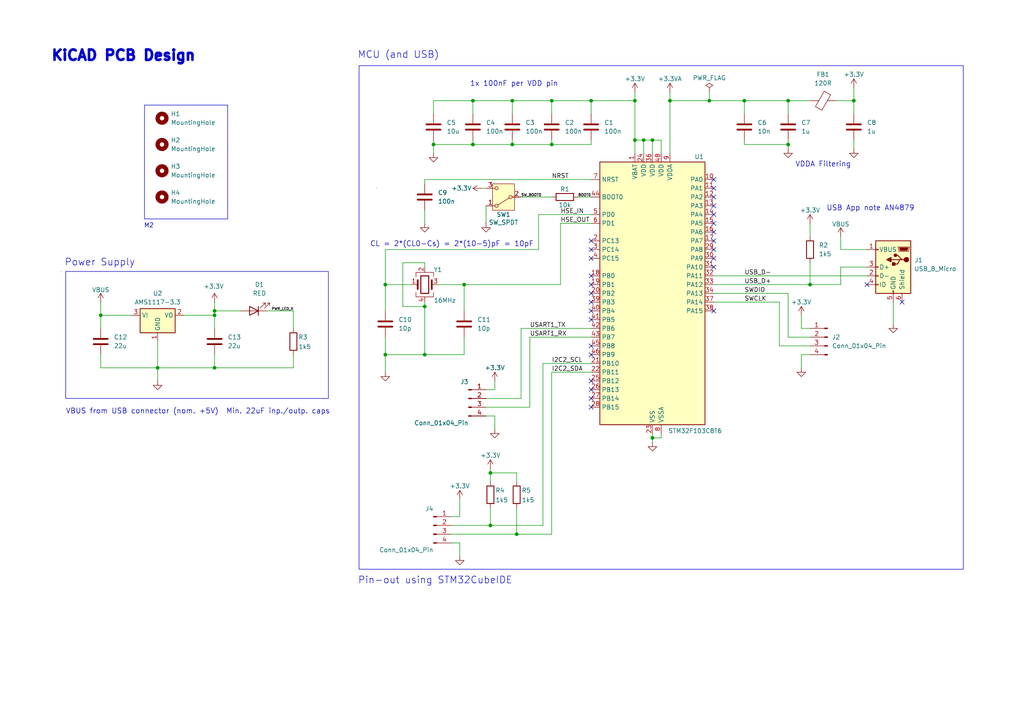
<source format=kicad_sch>
(kicad_sch (version 20250114) (generator "eeschema") (generator_version "9.0")
  (paper "A4")
  (title_block (title "STM32 + micro USB_B") (date "2025-05-12") (rev "0") (company "Harsh"))
  (lib_symbols
    (symbol "Connector:Conn_01x04_Pin" (pin_names (offset 1.016) (hide yes))
      (property "Reference" "J" (at 0 5.08 0))
      (property "Value" "Conn_01x04_Pin" (at 0 -7.62 0))
      (symbol "Conn_01x04_Pin_1_1"
        (rectangle (start 0.8636 2.667) (end 0 2.413) (stroke (width 0.1524)) (fill (type outline)))
        (rectangle (start 0.8636 0.127) (end 0 -0.127) (stroke (width 0.1524)) (fill (type outline)))
        (rectangle (start 0.8636 -2.413) (end 0 -2.667) (stroke (width 0.1524)) (fill (type outline)))
        (rectangle (start 0.8636 -4.953) (end 0 -5.207) (stroke (width 0.1524)) (fill (type outline)))
        (polyline (pts (xy 1.27 2.54) (xy 0.8636 2.54)) (stroke (width 0.1524)))
        (polyline (pts (xy 1.27 0) (xy 0.8636 0)) (stroke (width 0.1524)))
        (polyline (pts (xy 1.27 -2.54) (xy 0.8636 -2.54)) (stroke (width 0.1524)))
        (polyline (pts (xy 1.27 -5.08) (xy 0.8636 -5.08)) (stroke (width 0.1524)))
        (pin passive line (at 5.08 2.54 180) (length 3.81) (name "Pin_1") (number "1"))
        (pin passive line (at 5.08 0 180) (length 3.81) (name "Pin_2") (number "2"))
        (pin passive line (at 5.08 -2.54 180) (length 3.81) (name "Pin_3") (number "3"))
        (pin passive line (at 5.08 -5.08 180) (length 3.81) (name "Pin_4") (number "4"))
      )
    )
    (symbol "Connector:USB_B_Micro" (pin_names (offset 1.016))
      (property "Reference" "J" (at -5.08 11.43 0))
      (property "Value" "USB_B_Micro" (at -5.08 8.89 0))
      (symbol "USB_B_Micro_0_1"
        (rectangle (start -5.08 -7.62) (end 5.08 7.62) (stroke (width 0.254)) (fill (type background)))
        (polyline (pts (xy -4.699 5.842) (xy -4.699 5.588) (xy -4.445 4.826) (xy -4.445 4.572) (xy -1.651 4.572) (xy -1.651 4.826) (xy -1.397 5.588) (xy -1.397 5.842) (xy -4.699 5.842)))
        (polyline (pts (xy -4.318 5.588) (xy -1.778 5.588) (xy -2.032 4.826) (xy -4.064 4.826) (xy -4.318 5.588)) (fill (type outline)))
        (circle (center -3.81 2.159) (radius 0.635) (stroke (width 0.254)) (fill (type outline)))
        (polyline (pts (xy -3.175 2.159) (xy -2.54 2.159) (xy -1.27 3.429) (xy -0.635 3.429)) (stroke (width 0.254)))
        (polyline (pts (xy -2.54 2.159) (xy -1.905 2.159) (xy -1.27 0.889) (xy 0 0.889)) (stroke (width 0.254)))
        (polyline (pts (xy -1.905 2.159) (xy 0.635 2.159)) (stroke (width 0.254)))
        (circle (center -0.635 3.429) (radius 0.381) (stroke (width 0.254)) (fill (type outline)))
        (rectangle (start -0.127 -7.62) (end 0.127 -6.858))
        (rectangle (start 0.254 1.27) (end -0.508 0.508) (stroke (width 0.254)) (fill (type outline)))
        (polyline (pts (xy 0.635 2.794) (xy 0.635 1.524) (xy 1.905 2.159) (xy 0.635 2.794)) (stroke (width 0.254)) (fill (type outline)))
        (rectangle (start 5.08 4.953) (end 4.318 5.207))
        (rectangle (start 5.08 -0.127) (end 4.318 0.127))
        (rectangle (start 5.08 -2.667) (end 4.318 -2.413))
        (rectangle (start 5.08 -5.207) (end 4.318 -4.953))
      )
      (symbol "USB_B_Micro_1_1"
        (pin passive line (at -2.54 -10.16 90) (length 2.54) (name "Shield") (number "6"))
        (pin power_out line (at 0 -10.16 90) (length 2.54) (name "GND") (number "5"))
        (pin power_out line (at 7.62 5.08 180) (length 2.54) (name "VBUS") (number "1"))
        (pin bidirectional line (at 7.62 0 180) (length 2.54) (name "D+") (number "3"))
        (pin bidirectional line (at 7.62 -2.54 180) (length 2.54) (name "D-") (number "2"))
        (pin passive line (at 7.62 -5.08 180) (length 2.54) (name "ID") (number "4"))
      )
    )
    (symbol "Device:C" (pin_numbers (hide yes)) (pin_names (offset 0.254))
      (property "Reference" "C" (at 0.635 2.54 0))
      (property "Value" "C" (at 0.635 -2.54 0))
      (symbol "C_0_1"
        (polyline (pts (xy -2.032 0.762) (xy 2.032 0.762)) (stroke (width 0.508)))
        (polyline (pts (xy -2.032 -0.762) (xy 2.032 -0.762)) (stroke (width 0.508)))
      )
      (symbol "C_1_1"
        (pin passive line (at 0 3.81 270) (length 2.794) (name "~") (number "1"))
        (pin passive line (at 0 -3.81 90) (length 2.794) (name "~") (number "2"))
      )
    )
    (symbol "Device:Crystal_GND24" (pin_names (offset 1.016) (hide yes))
      (property "Reference" "Y" (at 3.175 5.08 0))
      (property "Value" "Crystal_GND24" (at 3.175 3.175 0))
      (symbol "Crystal_GND24_0_1"
        (polyline (pts (xy -2.54 2.286) (xy -2.54 3.556) (xy 2.54 3.556) (xy 2.54 2.286)))
        (polyline (pts (xy -2.54 0) (xy -2.032 0)))
        (polyline (pts (xy -2.54 -2.286) (xy -2.54 -3.556) (xy 2.54 -3.556) (xy 2.54 -2.286)))
        (polyline (pts (xy -2.032 -1.27) (xy -2.032 1.27)) (stroke (width 0.508)))
        (rectangle (start -1.143 2.54) (end 1.143 -2.54) (stroke (width 0.3048)))
        (polyline (pts (xy 0 3.556) (xy 0 3.81)))
        (polyline (pts (xy 0 -3.81) (xy 0 -3.556)))
        (polyline (pts (xy 2.032 0) (xy 2.54 0)))
        (polyline (pts (xy 2.032 -1.27) (xy 2.032 1.27)) (stroke (width 0.508)))
      )
      (symbol "Crystal_GND24_1_1"
        (pin passive line (at -3.81 0 0) (length 1.27) (name "1") (number "1"))
        (pin passive line (at 0 5.08 270) (length 1.27) (name "2") (number "2"))
        (pin passive line (at 0 -5.08 90) (length 1.27) (name "4") (number "4"))
        (pin passive line (at 3.81 0 180) (length 1.27) (name "3") (number "3"))
      )
    )
    (symbol "Device:FerriteBead" (pin_numbers (hide yes)) (pin_names (offset 0))
      (property "Reference" "FB" (at -3.81 0.635 90))
      (property "Value" "FerriteBead" (at 3.81 0 90))
      (symbol "FerriteBead_0_1"
        (polyline (pts (xy -2.7686 0.4064) (xy -1.7018 2.2606) (xy 2.7686 -0.3048) (xy 1.6764 -2.159) (xy -2.7686 0.4064)))
        (polyline (pts (xy 0 1.27) (xy 0 1.2954)))
        (polyline (pts (xy 0 -1.27) (xy 0 -1.2192)))
      )
      (symbol "FerriteBead_1_1"
        (pin passive line (at 0 3.81 270) (length 2.54) (name "~") (number "1"))
        (pin passive line (at 0 -3.81 90) (length 2.54) (name "~") (number "2"))
      )
    )
    (symbol "Device:LED" (pin_numbers (hide yes)) (pin_names (offset 1.016) (hide yes))
      (property "Reference" "D" (at 0 2.54 0))
      (property "Value" "LED" (at 0 -2.54 0))
      (symbol "LED_0_1"
        (polyline (pts (xy -3.048 -0.762) (xy -4.572 -2.286) (xy -3.81 -2.286) (xy -4.572 -2.286) (xy -4.572 -1.524)))
        (polyline (pts (xy -1.778 -0.762) (xy -3.302 -2.286) (xy -2.54 -2.286) (xy -3.302 -2.286) (xy -3.302 -1.524)))
        (polyline (pts (xy -1.27 0) (xy 1.27 0)))
        (polyline (pts (xy -1.27 -1.27) (xy -1.27 1.27)) (stroke (width 0.254)))
        (polyline (pts (xy 1.27 -1.27) (xy 1.27 1.27) (xy -1.27 0) (xy 1.27 -1.27)) (stroke (width 0.254)))
      )
      (symbol "LED_1_1"
        (pin passive line (at -3.81 0 0) (length 2.54) (name "K") (number "1"))
        (pin passive line (at 3.81 0 180) (length 2.54) (name "A") (number "2"))
      )
    )
    (symbol "Device:R" (pin_numbers (hide yes)) (pin_names (offset 0))
      (property "Reference" "R" (at 2.032 0 90))
      (property "Value" "R" (at 0 0 90))
      (symbol "R_0_1"
        (rectangle (start -1.016 -2.54) (end 1.016 2.54) (stroke (width 0.254)))
      )
      (symbol "R_1_1"
        (pin passive line (at 0 3.81 270) (length 1.27) (name "~") (number "1"))
        (pin passive line (at 0 -3.81 90) (length 1.27) (name "~") (number "2"))
      )
    )
    (symbol "MCU_ST_STM32F1:STM32F103C8Tx"
      (property "Reference" "U" (at -15.24 39.37 0))
      (property "Value" "STM32F103C8Tx" (at 7.62 39.37 0))
      (symbol "STM32F103C8Tx_0_1"
        (rectangle (start -15.24 -38.1) (end 15.24 38.1) (stroke (width 0.254)) (fill (type background)))
      )
      (symbol "STM32F103C8Tx_1_1"
        (pin input line (at -17.78 33.02 0) (length 2.54) (name "NRST") (number "7"))
        (pin input line (at -17.78 27.94 0) (length 2.54) (name "BOOT0") (number "44"))
        (pin bidirectional line (at -17.78 22.86 0) (length 2.54) (name "PD0") (number "5"))
        (pin bidirectional line (at -17.78 20.32 0) (length 2.54) (name "PD1") (number "6"))
        (pin bidirectional line (at -17.78 15.24 0) (length 2.54) (name "PC13") (number "2"))
        (pin bidirectional line (at -17.78 12.7 0) (length 2.54) (name "PC14") (number "3"))
        (pin bidirectional line (at -17.78 10.16 0) (length 2.54) (name "PC15") (number "4"))
        (pin bidirectional line (at -17.78 5.08 0) (length 2.54) (name "PB0") (number "18"))
        (pin bidirectional line (at -17.78 2.54 0) (length 2.54) (name "PB1") (number "19"))
        (pin bidirectional line (at -17.78 0 0) (length 2.54) (name "PB2") (number "20"))
        (pin bidirectional line (at -17.78 -2.54 0) (length 2.54) (name "PB3") (number "39"))
        (pin bidirectional line (at -17.78 -5.08 0) (length 2.54) (name "PB4") (number "40"))
        (pin bidirectional line (at -17.78 -7.62 0) (length 2.54) (name "PB5") (number "41"))
        (pin bidirectional line (at -17.78 -10.16 0) (length 2.54) (name "PB6") (number "42"))
        (pin bidirectional line (at -17.78 -12.7 0) (length 2.54) (name "PB7") (number "43"))
        (pin bidirectional line (at -17.78 -15.24 0) (length 2.54) (name "PB8") (number "45"))
        (pin bidirectional line (at -17.78 -17.78 0) (length 2.54) (name "PB9") (number "46"))
        (pin bidirectional line (at -17.78 -20.32 0) (length 2.54) (name "PB10") (number "21"))
        (pin bidirectional line (at -17.78 -22.86 0) (length 2.54) (name "PB11") (number "22"))
        (pin bidirectional line (at -17.78 -25.4 0) (length 2.54) (name "PB12") (number "25"))
        (pin bidirectional line (at -17.78 -27.94 0) (length 2.54) (name "PB13") (number "26"))
        (pin bidirectional line (at -17.78 -30.48 0) (length 2.54) (name "PB14") (number "27"))
        (pin bidirectional line (at -17.78 -33.02 0) (length 2.54) (name "PB15") (number "28"))
        (pin power_in line (at -5.08 40.64 270) (length 2.54) (name "VBAT") (number "1"))
        (pin power_in line (at -2.54 40.64 270) (length 2.54) (name "VDD") (number "24"))
        (pin power_in line (at 0 40.64 270) (length 2.54) (name "VDD") (number "36"))
        (pin power_in line (at 0 -40.64 90) (length 2.54) (name "VSS") (number "23"))
        (pin passive line (at 0 -40.64 90) (length 2.54) (hide yes) (name "VSS") (number "35"))
        (pin passive line (at 0 -40.64 90) (length 2.54) (hide yes) (name "VSS") (number "47"))
        (pin power_in line (at 2.54 40.64 270) (length 2.54) (name "VDD") (number "48"))
        (pin power_in line (at 2.54 -40.64 90) (length 2.54) (name "VSSA") (number "8"))
        (pin power_in line (at 5.08 40.64 270) (length 2.54) (name "VDDA") (number "9"))
        (pin bidirectional line (at 17.78 33.02 180) (length 2.54) (name "PA0") (number "10"))
        (pin bidirectional line (at 17.78 30.48 180) (length 2.54) (name "PA1") (number "11"))
        (pin bidirectional line (at 17.78 27.94 180) (length 2.54) (name "PA2") (number "12"))
        (pin bidirectional line (at 17.78 25.4 180) (length 2.54) (name "PA3") (number "13"))
        (pin bidirectional line (at 17.78 22.86 180) (length 2.54) (name "PA4") (number "14"))
        (pin bidirectional line (at 17.78 20.32 180) (length 2.54) (name "PA5") (number "15"))
        (pin bidirectional line (at 17.78 17.78 180) (length 2.54) (name "PA6") (number "16"))
        (pin bidirectional line (at 17.78 15.24 180) (length 2.54) (name "PA7") (number "17"))
        (pin bidirectional line (at 17.78 12.7 180) (length 2.54) (name "PA8") (number "29"))
        (pin bidirectional line (at 17.78 10.16 180) (length 2.54) (name "PA9") (number "30"))
        (pin bidirectional line (at 17.78 7.62 180) (length 2.54) (name "PA10") (number "31"))
        (pin bidirectional line (at 17.78 5.08 180) (length 2.54) (name "PA11") (number "32"))
        (pin bidirectional line (at 17.78 2.54 180) (length 2.54) (name "PA12") (number "33"))
        (pin bidirectional line (at 17.78 0 180) (length 2.54) (name "PA13") (number "34"))
        (pin bidirectional line (at 17.78 -2.54 180) (length 2.54) (name "PA14") (number "37"))
        (pin bidirectional line (at 17.78 -5.08 180) (length 2.54) (name "PA15") (number "38"))
      )
    )
    (symbol "Mechanical:MountingHole" (pin_names (offset 1.016)) (in_bom no)
      (property "Reference" "H" (at 0 5.08 0))
      (property "Value" "MountingHole" (at 0 3.175 0))
      (symbol "MountingHole_0_1"
        (circle (center 0 0) (radius 1.27) (stroke (width 1.27)))
      )
    )
    (symbol "Regulator_Linear:AMS1117-3.3"
      (property "Reference" "U" (at -3.81 3.175 0))
      (property "Value" "AMS1117-3.3" (at 0 3.175 0))
      (symbol "AMS1117-3.3_0_1"
        (rectangle (start -5.08 -5.08) (end 5.08 1.905) (stroke (width 0.254)) (fill (type background)))
      )
      (symbol "AMS1117-3.3_1_1"
        (pin power_in line (at -7.62 0 0) (length 2.54) (name "VI") (number "3"))
        (pin power_in line (at 0 -7.62 90) (length 2.54) (name "GND") (number "1"))
        (pin power_out line (at 7.62 0 180) (length 2.54) (name "VO") (number "2"))
      )
    )
    (symbol "Switch:SW_SPDT" (pin_names (offset 0) (hide yes))
      (property "Reference" "SW" (at 0 5.08 0))
      (property "Value" "SW_SPDT" (at 0 -5.08 0))
      (symbol "SW_SPDT_0_1"
        (circle (center -2.032 0) (radius 0.4572))
        (polyline (pts (xy -1.651 0.254) (xy 1.651 2.286)))
        (circle (center 2.032 2.54) (radius 0.4572))
        (circle (center 2.032 -2.54) (radius 0.4572))
      )
      (symbol "SW_SPDT_1_1"
        (rectangle (start -3.175 3.81) (end 3.175 -3.81) (fill (type background)))
        (pin passive line (at -5.08 0 0) (length 2.54) (name "B") (number "2"))
        (pin passive line (at 5.08 2.54 180) (length 2.54) (name "A") (number "1"))
        (pin passive line (at 5.08 -2.54 180) (length 2.54) (name "C") (number "3"))
      )
    )
    (symbol "power:+3.3V" (power) (pin_numbers (hide yes)) (pin_names (offset 0) (hide yes))
      (property "Value" "+3.3V" (at 0 3.556 0))
      (symbol "+3.3V_0_1"
        (polyline (pts (xy -0.762 1.27) (xy 0 2.54)))
        (polyline (pts (xy 0 2.54) (xy 0.762 1.27)))
        (polyline (pts (xy 0 0) (xy 0 2.54)))
      )
      (symbol "+3.3V_1_1"
        (pin power_in line (at 0 0 90) (length 0) (name "~") (number "1"))
      )
    )
    (symbol "power:+3.3VA" (power) (pin_numbers (hide yes)) (pin_names (offset 0) (hide yes))
      (property "Value" "+3.3VA" (at 0 3.556 0))
      (symbol "+3.3VA_0_1"
        (polyline (pts (xy -0.762 1.27) (xy 0 2.54)))
        (polyline (pts (xy 0 2.54) (xy 0.762 1.27)))
        (polyline (pts (xy 0 0) (xy 0 2.54)))
      )
      (symbol "+3.3VA_1_1"
        (pin power_in line (at 0 0 90) (length 0) (name "~") (number "1"))
      )
    )
    (symbol "power:GND" (power) (pin_numbers (hide yes)) (pin_names (offset 0) (hide yes))
      (property "Value" "GND" (at 0 -3.81 0))
      (symbol "GND_0_1"
        (polyline (pts (xy 0 0) (xy 0 -1.27) (xy 1.27 -1.27) (xy 0 -2.54) (xy -1.27 -1.27) (xy 0 -1.27)))
      )
      (symbol "GND_1_1"
        (pin power_in line (at 0 0 270) (length 0) (name "~") (number "1"))
      )
    )
    (symbol "power:PWR_FLAG" (power) (pin_numbers (hide yes)) (pin_names (offset 0) (hide yes))
      (property "Value" "PWR_FLAG" (at 0 3.81 0))
      (symbol "PWR_FLAG_0_0"
        (pin power_out line (at 0 0 90) (length 0) (name "~") (number "1"))
      )
      (symbol "PWR_FLAG_0_1"
        (polyline (pts (xy 0 0) (xy 0 1.27) (xy -1.016 1.905) (xy 0 2.54) (xy 1.016 1.905) (xy 0 1.27)))
      )
    )
    (symbol "power:VBUS" (power) (pin_numbers (hide yes)) (pin_names (offset 0) (hide yes))
      (property "Value" "VBUS" (at 0 3.556 0))
      (symbol "VBUS_0_1"
        (polyline (pts (xy -0.762 1.27) (xy 0 2.54)))
        (polyline (pts (xy 0 2.54) (xy 0.762 1.27)))
        (polyline (pts (xy 0 0) (xy 0 2.54)))
      )
      (symbol "VBUS_1_1"
        (pin power_in line (at 0 0 90) (length 0) (name "~") (number "1"))
      )
    )
  )
  (rectangle (start 41.91 30.48) (end 41.91 30.48))
  (rectangle (start 19.05 78.74) (end 95.25 115.57))
  (rectangle (start 17.78 78.74) (end 17.78 78.74))
  (rectangle (start 104.14 19.05) (end 279.4 165.1))
  (rectangle (start 93.98 115.57) (end 93.98 115.57))
  (rectangle (start 41.91 30.48) (end 66.04 63.5))
  (rectangle (start 109.22 54.61) (end 109.22 54.61))
  (text "M2\n" (at 43.18 65.532 0) (effects (font (size 1.27 1.27))))
  (text "1x 100nF per VDD pin" (at 149.098 24.384 0) (effects (font (size 1.5 1.5))))
  (text "USB App note AN4879" (at 252.476 60.452 0) (effects (font (size 1.5 1.5))))
  (text "Pin-out using STM32CubeIDE" (at 126.238 168.402 0) (effects (font (size 2 2))))
  (text "VDDA Filtering" (at 238.76 47.752 0) (effects (font (size 1.5 1.5))))
  (text "MCU (and USB)" (at 115.57 16.002 0) (effects (font (size 2 2))))
  (text "Power Supply" (at 28.956 76.2 0) (effects (font (size 2 2))))
  (text "CL = 2*(CL0-Cs) = 2*(10-5)pF = 10pF" (at 131.064 70.866 0) (effects (font (size 1.5 1.5))))
  (text "VBUS from USB connector (nom. +5V)  Min. 22uF inp./outp. caps" (at 57.404 119.38 0) (effects (font (size 1.5 1.5))))
  (text "KiCAD PCB Design" (at 35.814 16.256 0) (effects (font (size 3 3) (thickness 1) (bold yes))))
  (junction (at 194.31 29.21))
  (junction (at 62.23 90.17))
  (junction (at 45.72 106.68))
  (junction (at 149.86 154.94))
  (junction (at 148.59 29.21))
  (junction (at 123.19 88.9))
  (junction (at 137.16 29.21))
  (junction (at 189.23 40.64))
  (junction (at 228.6 41.91))
  (junction (at 134.62 82.55))
  (junction (at 111.76 82.55))
  (junction (at 247.65 29.21))
  (junction (at 160.02 29.21))
  (junction (at 171.45 29.21))
  (junction (at 234.95 82.55))
  (junction (at 205.74 29.21))
  (junction (at 184.15 29.21))
  (junction (at 29.21 91.44))
  (junction (at 186.69 40.64))
  (junction (at 184.15 40.64))
  (junction (at 142.24 152.4))
  (junction (at 160.02 41.91))
  (junction (at 125.73 41.91))
  (junction (at 228.6 29.21))
  (junction (at 189.23 127))
  (junction (at 123.19 102.87))
  (junction (at 137.16 41.91))
  (junction (at 111.76 102.87))
  (junction (at 62.23 91.44))
  (junction (at 142.24 137.16))
  (junction (at 62.23 106.68))
  (junction (at 215.9 29.21))
  (junction (at 148.59 41.91))
  (no_connect (at 171.45 110.49))
  (no_connect (at 207.01 77.47))
  (no_connect (at 171.45 87.63))
  (no_connect (at 171.45 85.09))
  (no_connect (at 171.45 115.57))
  (no_connect (at 171.45 72.39))
  (no_connect (at 171.45 80.01))
  (no_connect (at 171.45 74.93))
  (no_connect (at 207.01 59.69))
  (no_connect (at 207.01 72.39))
  (no_connect (at 171.45 92.71))
  (no_connect (at 261.62 87.63))
  (no_connect (at 207.01 74.93))
  (no_connect (at 207.01 54.61))
  (no_connect (at 207.01 64.77))
  (no_connect (at 171.45 90.17))
  (no_connect (at 207.01 52.07))
  (no_connect (at 171.45 69.85))
  (no_connect (at 207.01 90.17))
  (no_connect (at 171.45 113.03))
  (no_connect (at 171.45 102.87))
  (no_connect (at 207.01 57.15))
  (no_connect (at 171.45 118.11))
  (no_connect (at 251.46 82.55))
  (no_connect (at 207.01 67.31))
  (no_connect (at 171.45 82.55))
  (no_connect (at 207.01 62.23))
  (no_connect (at 207.01 69.85))
  (no_connect (at 171.45 100.33))
  (wire (pts (xy 29.21 87.63) (xy 29.21 91.44)))
  (wire (pts (xy 148.59 41.91) (xy 160.02 41.91)))
  (wire (pts (xy 207.01 87.63) (xy 226.06 87.63)))
  (wire (pts (xy 123.19 52.07) (xy 171.45 52.07)))
  (wire (pts (xy 234.95 29.21) (xy 228.6 29.21)))
  (wire (pts (xy 234.95 76.2) (xy 234.95 82.55)))
  (wire (pts (xy 234.95 102.87) (xy 232.41 102.87)))
  (wire (pts (xy 139.7 54.61) (xy 140.97 54.61)))
  (wire (pts (xy 228.6 41.91) (xy 215.9 41.91)))
  (wire (pts (xy 29.21 91.44) (xy 38.1 91.44)))
  (wire (pts (xy 205.74 29.21) (xy 215.9 29.21)))
  (wire (pts (xy 29.21 102.87) (xy 29.21 106.68)))
  (wire (pts (xy 243.84 77.47) (xy 251.46 77.47)))
  (wire (pts (xy 149.86 137.16) (xy 142.24 137.16)))
  (wire (pts (xy 184.15 40.64) (xy 186.69 40.64)))
  (wire (pts (xy 45.72 106.68) (xy 45.72 110.49)))
  (wire (pts (xy 133.35 157.48) (xy 133.35 161.29)))
  (wire (pts (xy 140.97 59.69) (xy 140.97 64.77)))
  (wire (pts (xy 243.84 82.55) (xy 243.84 77.47)))
  (wire (pts (xy 143.51 120.65) (xy 143.51 124.46)))
  (wire (pts (xy 123.19 76.2) (xy 116.84 76.2)))
  (wire (pts (xy 162.56 64.77) (xy 162.56 82.55)))
  (wire (pts (xy 232.41 102.87) (xy 232.41 106.68)))
  (wire (pts (xy 160.02 107.95) (xy 171.45 107.95)))
  (wire (pts (xy 171.45 29.21) (xy 184.15 29.21)))
  (wire (pts (xy 123.19 88.9) (xy 123.19 87.63)))
  (wire (pts (xy 157.48 105.41) (xy 171.45 105.41)))
  (wire (pts (xy 189.23 40.64) (xy 189.23 44.45)))
  (wire (pts (xy 194.31 29.21) (xy 194.31 44.45)))
  (wire (pts (xy 62.23 102.87) (xy 62.23 106.68)))
  (wire (pts (xy 160.02 154.94) (xy 160.02 107.95)))
  (wire (pts (xy 243.84 68.58) (xy 243.84 72.39)))
  (wire (pts (xy 116.84 88.9) (xy 123.19 88.9)))
  (wire (pts (xy 62.23 91.44) (xy 62.23 95.25)))
  (wire (pts (xy 148.59 41.91) (xy 148.59 40.64)))
  (wire (pts (xy 184.15 26.67) (xy 184.15 29.21)))
  (wire (pts (xy 194.31 29.21) (xy 205.74 29.21)))
  (wire (pts (xy 149.86 154.94) (xy 160.02 154.94)))
  (wire (pts (xy 123.19 88.9) (xy 123.19 102.87)))
  (wire (pts (xy 142.24 137.16) (xy 142.24 139.7)))
  (wire (pts (xy 134.62 102.87) (xy 134.62 97.79)))
  (wire (pts (xy 151.13 95.25) (xy 171.45 95.25)))
  (wire (pts (xy 189.23 127) (xy 191.77 127)))
  (wire (pts (xy 247.65 40.64) (xy 247.65 43.18)))
  (wire (pts (xy 167.64 57.15) (xy 171.45 57.15)))
  (wire (pts (xy 123.19 60.96) (xy 123.19 64.77)))
  (wire (pts (xy 130.81 154.94) (xy 149.86 154.94)))
  (wire (pts (xy 125.73 29.21) (xy 125.73 33.02)))
  (wire (pts (xy 160.02 41.91) (xy 160.02 40.64)))
  (wire (pts (xy 228.6 29.21) (xy 228.6 33.02)))
  (wire (pts (xy 205.74 26.67) (xy 205.74 29.21)))
  (wire (pts (xy 171.45 41.91) (xy 171.45 40.64)))
  (wire (pts (xy 123.19 76.2) (xy 123.19 77.47)))
  (wire (pts (xy 186.69 40.64) (xy 189.23 40.64)))
  (wire (pts (xy 189.23 40.64) (xy 191.77 40.64)))
  (wire (pts (xy 137.16 41.91) (xy 148.59 41.91)))
  (wire (pts (xy 228.6 97.79) (xy 234.95 97.79)))
  (wire (pts (xy 111.76 82.55) (xy 111.76 90.17)))
  (wire (pts (xy 153.67 97.79) (xy 171.45 97.79)))
  (wire (pts (xy 142.24 135.89) (xy 142.24 137.16)))
  (wire (pts (xy 134.62 82.55) (xy 162.56 82.55)))
  (wire (pts (xy 45.72 99.06) (xy 45.72 106.68)))
  (wire (pts (xy 157.48 152.4) (xy 157.48 105.41)))
  (wire (pts (xy 207.01 85.09) (xy 228.6 85.09)))
  (wire (pts (xy 232.41 95.25) (xy 234.95 95.25)))
  (wire (pts (xy 134.62 82.55) (xy 127 82.55)))
  (wire (pts (xy 137.16 41.91) (xy 137.16 40.64)))
  (wire (pts (xy 226.06 87.63) (xy 226.06 100.33)))
  (wire (pts (xy 143.51 113.03) (xy 143.51 110.49)))
  (wire (pts (xy 228.6 41.91) (xy 228.6 43.18)))
  (wire (pts (xy 62.23 90.17) (xy 62.23 91.44)))
  (wire (pts (xy 149.86 139.7) (xy 149.86 137.16)))
  (wire (pts (xy 247.65 25.4) (xy 247.65 29.21)))
  (wire (pts (xy 226.06 100.33) (xy 234.95 100.33)))
  (wire (pts (xy 186.69 40.64) (xy 186.69 44.45)))
  (wire (pts (xy 191.77 127) (xy 191.77 125.73)))
  (wire (pts (xy 156.21 62.23) (xy 156.21 72.39)))
  (wire (pts (xy 133.35 149.86) (xy 133.35 144.78)))
  (wire (pts (xy 228.6 85.09) (xy 228.6 97.79)))
  (wire (pts (xy 62.23 106.68) (xy 85.09 106.68)))
  (wire (pts (xy 130.81 157.48) (xy 133.35 157.48)))
  (wire (pts (xy 191.77 40.64) (xy 191.77 44.45)))
  (wire (pts (xy 134.62 82.55) (xy 134.62 90.17)))
  (wire (pts (xy 194.31 26.67) (xy 194.31 29.21)))
  (wire (pts (xy 148.59 29.21) (xy 148.59 33.02)))
  (wire (pts (xy 189.23 127) (xy 189.23 128.27)))
  (wire (pts (xy 151.13 57.15) (xy 160.02 57.15)))
  (wire (pts (xy 85.09 102.87) (xy 85.09 106.68)))
  (wire (pts (xy 125.73 41.91) (xy 125.73 40.64)))
  (wire (pts (xy 184.15 40.64) (xy 184.15 44.45)))
  (wire (pts (xy 215.9 29.21) (xy 228.6 29.21)))
  (wire (pts (xy 77.47 90.17) (xy 85.09 90.17)))
  (wire (pts (xy 156.21 62.23) (xy 171.45 62.23)))
  (wire (pts (xy 62.23 87.63) (xy 62.23 90.17)))
  (wire (pts (xy 130.81 152.4) (xy 142.24 152.4)))
  (wire (pts (xy 160.02 41.91) (xy 171.45 41.91)))
  (wire (pts (xy 160.02 29.21) (xy 171.45 29.21)))
  (wire (pts (xy 162.56 64.77) (xy 171.45 64.77)))
  (wire (pts (xy 148.59 29.21) (xy 160.02 29.21)))
  (wire (pts (xy 184.15 29.21) (xy 184.15 40.64)))
  (wire (pts (xy 116.84 76.2) (xy 116.84 88.9)))
  (wire (pts (xy 259.08 87.63) (xy 259.08 93.98)))
  (wire (pts (xy 125.73 41.91) (xy 125.73 44.45)))
  (wire (pts (xy 130.81 149.86) (xy 133.35 149.86)))
  (wire (pts (xy 234.95 82.55) (xy 243.84 82.55)))
  (wire (pts (xy 111.76 72.39) (xy 111.76 82.55)))
  (wire (pts (xy 53.34 91.44) (xy 62.23 91.44)))
  (wire (pts (xy 123.19 102.87) (xy 134.62 102.87)))
  (wire (pts (xy 160.02 29.21) (xy 160.02 33.02)))
  (wire (pts (xy 140.97 118.11) (xy 153.67 118.11)))
  (wire (pts (xy 215.9 40.64) (xy 215.9 41.91)))
  (wire (pts (xy 137.16 29.21) (xy 137.16 33.02)))
  (wire (pts (xy 85.09 90.17) (xy 85.09 95.25)))
  (wire (pts (xy 242.57 29.21) (xy 247.65 29.21)))
  (wire (pts (xy 111.76 97.79) (xy 111.76 102.87)))
  (wire (pts (xy 156.21 72.39) (xy 111.76 72.39)))
  (wire (pts (xy 111.76 102.87) (xy 111.76 107.95)))
  (wire (pts (xy 215.9 29.21) (xy 215.9 33.02)))
  (wire (pts (xy 45.72 106.68) (xy 62.23 106.68)))
  (wire (pts (xy 111.76 82.55) (xy 119.38 82.55)))
  (wire (pts (xy 142.24 147.32) (xy 142.24 152.4)))
  (wire (pts (xy 151.13 115.57) (xy 151.13 95.25)))
  (wire (pts (xy 125.73 29.21) (xy 137.16 29.21)))
  (wire (pts (xy 171.45 29.21) (xy 171.45 33.02)))
  (wire (pts (xy 140.97 115.57) (xy 151.13 115.57)))
  (wire (pts (xy 207.01 82.55) (xy 234.95 82.55)))
  (wire (pts (xy 140.97 113.03) (xy 143.51 113.03)))
  (wire (pts (xy 62.23 90.17) (xy 69.85 90.17)))
  (wire (pts (xy 247.65 29.21) (xy 247.65 33.02)))
  (wire (pts (xy 243.84 72.39) (xy 251.46 72.39)))
  (wire (pts (xy 140.97 120.65) (xy 143.51 120.65)))
  (wire (pts (xy 228.6 40.64) (xy 228.6 41.91)))
  (wire (pts (xy 153.67 118.11) (xy 153.67 97.79)))
  (wire (pts (xy 189.23 125.73) (xy 189.23 127)))
  (wire (pts (xy 29.21 106.68) (xy 45.72 106.68)))
  (wire (pts (xy 232.41 91.44) (xy 232.41 95.25)))
  (wire (pts (xy 149.86 147.32) (xy 149.86 154.94)))
  (wire (pts (xy 207.01 80.01) (xy 251.46 80.01)))
  (wire (pts (xy 125.73 41.91) (xy 137.16 41.91)))
  (wire (pts (xy 234.95 64.77) (xy 234.95 68.58)))
  (wire (pts (xy 111.76 102.87) (xy 123.19 102.87)))
  (wire (pts (xy 123.19 53.34) (xy 123.19 52.07)))
  (wire (pts (xy 29.21 91.44) (xy 29.21 95.25)))
  (wire (pts (xy 137.16 29.21) (xy 148.59 29.21)))
  (wire (pts (xy 142.24 152.4) (xy 157.48 152.4)))
  (label "SWCLK" (at 215.9 87.63 0))
  (label "SW_BOOT0" (at 151.13 57.15 0) (effects (font (size 0.75 0.75))))
  (label "I2C2_SCL" (at 160.02 105.41 0))
  (label "USB_D+" (at 215.9 82.55 0))
  (label "HSE_OUT" (at 162.56 64.77 0))
  (label "BOOT0" (at 167.64 57.15 0) (effects (font (size 0.75 0.75))))
  (label "I2C2_SDA" (at 160.02 107.95 0))
  (label "USART1_RX" (at 153.67 97.79 0))
  (label "NRST" (at 160.02 52.07 0))
  (label "USART1_TX" (at 153.67 95.25 0))
  (label "SWDIO" (at 215.9 85.09 0))
  (label "USB_D-" (at 215.9 80.01 0))
  (label "PWR_LED_K" (at 78.74 90.17 0) (effects (font (size 0.75 0.75))))
  (label "HSE_IN" (at 162.56 62.23 0))
  (symbol (lib_id "power:GND") (at 111.76 107.95 0) (unit 1)
    (property "Reference" "#PWR011" (effects (hide yes)))
    (property "Value" "GND" (effects (hide yes)))
    (property "Description" "Power symbol creates a global label with name \"GND\" , ground" (effects (hide yes)))
  )
  (symbol (lib_id "power:PWR_FLAG") (at 205.74 26.67 0) (unit 1)
    (property "Reference" "#FLG01" (effects (hide yes)))
    (property "Value" "PWR_FLAG" (at 205.74 22.606 0))
    (property "Description" "Special symbol for telling ERC where power comes from" (effects (hide yes)))
  )
  (symbol (lib_id "power:+3.3V") (at 133.35 144.78 0) (unit 1)
    (property "Reference" "#PWR022" (effects (hide yes)))
    (property "Value" "+3.3V" (at 133.35 140.97 0))
    (property "Description" "Power symbol creates a global label with name \"+3.3V\"" (effects (hide yes)))
  )
  (symbol (lib_id "Connector:USB_B_Micro") (at 259.08 77.47 0) (mirror y) (unit 1)
    (property "Reference" "J1" (at 266.446 75.438 0))
    (property "Value" "USB_B_Micro" (at 271.272 77.978 0))
    (property "Footprint" "Connector_USB:USB_Micro-B_Wuerth_629105150521" (effects (hide yes)))
    (property "Description" "USB Micro Type B connector" (effects (hide yes)))
  )
  (symbol (lib_id "power:GND") (at 123.19 64.77 0) (unit 1)
    (property "Reference" "#PWR08" (effects (hide yes)))
    (property "Value" "GND" (effects (hide yes)))
    (property "Description" "Power symbol creates a global label with name \"GND\" , ground" (effects (hide yes)))
  )
  (symbol (lib_id "Mechanical:MountingHole") (at 46.99 34.29 0) (unit 1) (in_bom no)
    (property "Reference" "H1" (at 49.53 33.0199 0) (effects (justify left)))
    (property "Value" "MountingHole" (at 49.53 35.5599 0) (effects (justify left)))
    (property "Footprint" "MountingHole:MountingHole_2.2mm_M2" (effects (hide yes)))
    (property "Description" "Mounting Hole without connection" (effects (hide yes)))
  )
  (symbol (lib_id "Device:C") (at 247.65 36.83 0) (unit 1)
    (property "Reference" "C8" (at 251.46 35.5599 0) (effects (justify left)))
    (property "Value" "1u" (at 251.46 38.0999 0) (effects (justify left)))
    (property "Footprint" "Capacitor_SMD:C_0402_1005Metric" (effects (hide yes)))
    (property "Description" "Unpolarized capacitor" (effects (hide yes)))
  )
  (symbol (lib_id "Device:LED") (at 73.66 90.17 180) (unit 1)
    (property "Reference" "D1" (at 75.2475 82.55 0))
    (property "Value" "RED" (at 75.2475 85.09 0))
    (property "Footprint" "LED_SMD:LED_0603_1608Metric" (effects (hide yes)))
    (property "Description" "Light emitting diode" (effects (hide yes)))
    (property "Sim.Pins" "1=K 2=A" (effects (hide yes)))
  )
  (symbol (lib_id "Regulator_Linear:AMS1117-3.3") (at 45.72 91.44 0) (unit 1)
    (property "Reference" "U2" (at 45.72 85.09 0))
    (property "Value" "AMS1117-3.3" (at 45.72 87.63 0))
    (property "Footprint" "Package_TO_SOT_SMD:SOT-223-3_TabPin2" (effects (hide yes)))
    (property "Datasheet" "http://www.advanced-monolithic.com/pdf/ds1117.pdf" (effects (hide yes)))
    (property "Description" "1A Low Dropout regulator, positive, 3.3V fixed output, SOT-223" (effects (hide yes)))
  )
  (symbol (lib_id "Device:R") (at 142.24 143.51 180) (unit 1)
    (property "Reference" "R4" (at 145.034 142.24 0))
    (property "Value" "1k5" (at 145.542 145.034 0))
    (property "Footprint" "Resistor_SMD:R_0402_1005Metric" (effects (hide yes)))
    (property "Description" "Resistor" (effects (hide yes)))
  )
  (symbol (lib_id "power:GND") (at 189.23 128.27 0) (unit 1)
    (property "Reference" "#PWR01" (effects (hide yes)))
    (property "Value" "GND" (effects (hide yes)))
    (property "Description" "Power symbol creates a global label with name \"GND\" , ground" (effects (hide yes)))
  )
  (symbol (lib_id "Device:C") (at 29.21 99.06 0) (unit 1)
    (property "Reference" "C12" (at 33.02 97.7899 0) (effects (justify left)))
    (property "Value" "22u" (at 33.02 100.3299 0) (effects (justify left)))
    (property "Footprint" "Capacitor_SMD:C_0805_2012Metric" (effects (hide yes)))
    (property "Description" "Unpolarized capacitor" (effects (hide yes)))
  )
  (symbol (lib_id "Device:R") (at 149.86 143.51 180) (unit 1)
    (property "Reference" "R5" (at 152.654 142.24 0))
    (property "Value" "1k5" (at 153.162 145.034 0))
    (property "Footprint" "Resistor_SMD:R_0402_1005Metric" (effects (hide yes)))
    (property "Description" "Resistor" (effects (hide yes)))
  )
  (symbol (lib_id "power:GND") (at 140.97 64.77 0) (unit 1)
    (property "Reference" "#PWR010" (effects (hide yes)))
    (property "Value" "GND" (effects (hide yes)))
    (property "Description" "Power symbol creates a global label with name \"GND\" , ground" (effects (hide yes)))
  )
  (symbol (lib_id "power:+3.3V") (at 62.23 87.63 0) (unit 1)
    (property "Reference" "#PWR018" (effects (hide yes)))
    (property "Value" "+3.3V" (at 61.976 83.058 0))
    (property "Description" "Power symbol creates a global label with name \"+3.3V\"" (effects (hide yes)))
  )
  (symbol (lib_id "power:VBUS") (at 243.84 68.58 0) (unit 1)
    (property "Reference" "#PWR013" (effects (hide yes)))
    (property "Value" "VBUS" (at 243.84 65.024 0))
    (property "Description" "Power symbol creates a global label with name \"VBUS\"" (effects (hide yes)))
  )
  (symbol (lib_id "power:+3.3V") (at 247.65 25.4 0) (unit 1)
    (property "Reference" "#PWR06" (effects (hide yes)))
    (property "Value" "+3.3V" (at 247.65 21.59 0))
    (property "Description" "Power symbol creates a global label with name \"+3.3V\"" (effects (hide yes)))
  )
  (symbol (lib_id "power:GND") (at 133.35 161.29 0) (unit 1)
    (property "Reference" "#PWR023" (effects (hide yes)))
    (property "Value" "GND" (effects (hide yes)))
    (property "Description" "Power symbol creates a global label with name \"GND\" , ground" (effects (hide yes)))
  )
  (symbol (lib_id "Device:C") (at 160.02 36.83 0) (unit 1)
    (property "Reference" "C2" (at 163.83 35.5599 0) (effects (justify left)))
    (property "Value" "100n" (at 163.83 38.0999 0) (effects (justify left)))
    (property "Footprint" "Capacitor_SMD:C_0402_1005Metric" (effects (hide yes)))
    (property "Description" "Unpolarized capacitor" (effects (hide yes)))
  )
  (symbol (lib_id "power:GND") (at 259.08 93.98 0) (unit 1)
    (property "Reference" "#PWR012" (effects (hide yes)))
    (property "Value" "GND" (effects (hide yes)))
    (property "Description" "Power symbol creates a global label with name \"GND\" , ground" (effects (hide yes)))
  )
  (symbol (lib_id "power:+3.3V") (at 232.41 91.44 0) (unit 1)
    (property "Reference" "#PWR015" (effects (hide yes)))
    (property "Value" "+3.3V" (at 232.41 87.63 0))
    (property "Description" "Power symbol creates a global label with name \"+3.3V\"" (effects (hide yes)))
  )
  (symbol (lib_id "Device:C") (at 134.62 93.98 0) (unit 1)
    (property "Reference" "C11" (at 138.43 92.7099 0) (effects (justify left)))
    (property "Value" "10p" (at 138.43 95.2499 0) (effects (justify left)))
    (property "Footprint" "Capacitor_SMD:C_0402_1005Metric" (effects (hide yes)))
    (property "Description" "Unpolarized capacitor" (effects (hide yes)))
  )
  (symbol (lib_id "Mechanical:MountingHole") (at 46.99 49.53 0) (unit 1) (in_bom no)
    (property "Reference" "H3" (at 49.53 48.2599 0) (effects (justify left)))
    (property "Value" "MountingHole" (at 49.53 50.7999 0) (effects (justify left)))
    (property "Footprint" "MountingHole:MountingHole_2.2mm_M2" (effects (hide yes)))
    (property "Description" "Mounting Hole without connection" (effects (hide yes)))
  )
  (symbol (lib_id "power:GND") (at 228.6 43.18 0) (unit 1)
    (property "Reference" "#PWR05" (effects (hide yes)))
    (property "Value" "GND" (effects (hide yes)))
    (property "Description" "Power symbol creates a global label with name \"GND\" , ground" (effects (hide yes)))
  )
  (symbol (lib_id "power:+3.3V") (at 142.24 135.89 0) (unit 1)
    (property "Reference" "#PWR024" (effects (hide yes)))
    (property "Value" "+3.3V" (at 142.24 132.08 0))
    (property "Description" "Power symbol creates a global label with name \"+3.3V\"" (effects (hide yes)))
  )
  (symbol (lib_id "Device:R") (at 234.95 72.39 0) (unit 1)
    (property "Reference" "R2" (at 237.49 71.1199 0) (effects (justify left)))
    (property "Value" "1k5" (at 237.49 73.6599 0) (effects (justify left)))
    (property "Footprint" "Resistor_SMD:R_0402_1005Metric" (effects (hide yes)))
    (property "Description" "Resistor" (effects (hide yes)))
  )
  (symbol (lib_id "power:+3.3V") (at 184.15 26.67 0) (unit 1)
    (property "Reference" "#PWR02" (effects (hide yes)))
    (property "Value" "+3.3V" (at 184.15 22.86 0))
    (property "Description" "Power symbol creates a global label with name \"+3.3V\"" (effects (hide yes)))
  )
  (symbol (lib_id "Device:Crystal_GND24") (at 123.19 82.55 0) (unit 1)
    (property "Reference" "Y1" (at 127 78.232 0))
    (property "Value" "16MHz" (at 129.032 87.122 0))
    (property "Footprint" "Crystal:Crystal_SMD_3225-4Pin_3.2x2.5mm" (effects (hide yes)))
    (property "Description" "Four pin crystal, GND on pins 2 and 4" (effects (hide yes)))
  )
  (symbol (lib_id "Device:R") (at 163.83 57.15 90) (unit 1)
    (property "Reference" "R1" (at 163.83 54.864 90))
    (property "Value" "10k" (at 163.83 59.436 90))
    (property "Footprint" "Resistor_SMD:R_0402_1005Metric" (effects (hide yes)))
    (property "Description" "Resistor" (effects (hide yes)))
  )
  (symbol (lib_id "Device:C") (at 228.6 36.83 0) (unit 1)
    (property "Reference" "C7" (at 232.41 35.5599 0) (effects (justify left)))
    (property "Value" "1u" (at 232.41 38.0999 0) (effects (justify left)))
    (property "Footprint" "Capacitor_SMD:C_0402_1005Metric" (effects (hide yes)))
    (property "Description" "Unpolarized capacitor" (effects (hide yes)))
  )
  (symbol (lib_id "power:GND") (at 143.51 124.46 0) (unit 1)
    (property "Reference" "#PWR020" (effects (hide yes)))
    (property "Value" "GND" (effects (hide yes)))
    (property "Description" "Power symbol creates a global label with name \"GND\" , ground" (effects (hide yes)))
  )
  (symbol (lib_id "Device:R") (at 85.09 99.06 180) (unit 1)
    (property "Reference" "R3" (at 87.884 97.79 0))
    (property "Value" "1k5" (at 88.392 100.584 0))
    (property "Footprint" "Resistor_SMD:R_0402_1005Metric" (effects (hide yes)))
    (property "Description" "Resistor" (effects (hide yes)))
  )
  (symbol (lib_id "power:+3.3V") (at 234.95 64.77 0) (unit 1)
    (property "Reference" "#PWR014" (effects (hide yes)))
    (property "Value" "+3.3V" (at 234.95 60.96 0))
    (property "Description" "Power symbol creates a global label with name \"+3.3V\"" (effects (hide yes)))
  )
  (symbol (lib_id "Device:C") (at 148.59 36.83 0) (unit 1)
    (property "Reference" "C3" (at 152.4 35.5599 0) (effects (justify left)))
    (property "Value" "100n" (at 152.4 38.0999 0) (effects (justify left)))
    (property "Footprint" "Capacitor_SMD:C_0402_1005Metric" (effects (hide yes)))
    (property "Description" "Unpolarized capacitor" (effects (hide yes)))
  )
  (symbol (lib_id "Device:C") (at 123.19 57.15 0) (unit 1)
    (property "Reference" "C9" (at 127 55.8799 0) (effects (justify left)))
    (property "Value" "100n" (at 127 58.4199 0) (effects (justify left)))
    (property "Footprint" "Capacitor_SMD:C_0402_1005Metric" (effects (hide yes)))
    (property "Description" "Unpolarized capacitor" (effects (hide yes)))
  )
  (symbol (lib_id "power:GND") (at 247.65 43.18 0) (unit 1)
    (property "Reference" "#PWR07" (effects (hide yes)))
    (property "Value" "GND" (effects (hide yes)))
    (property "Description" "Power symbol creates a global label with name \"GND\" , ground" (effects (hide yes)))
  )
  (symbol (lib_id "Device:FerriteBead") (at 238.76 29.21 90) (unit 1)
    (property "Reference" "FB1" (at 238.7092 21.59 90))
    (property "Value" "120R" (at 238.7092 24.13 90))
    (property "Footprint" "Inductor_SMD:L_0603_1608Metric" (effects (hide yes)))
    (property "Description" "Ferrite bead" (effects (hide yes)))
  )
  (symbol (lib_id "Connector:Conn_01x04_Pin") (at 125.73 152.4 0) (unit 1)
    (property "Reference" "J4" (at 125.73 147.574 0) (effects (justify right)))
    (property "Value" "Conn_01x04_Pin" (at 125.73 159.512 0) (effects (justify right)))
    (property "Footprint" "Connector_PinHeader_2.54mm:PinHeader_1x04_P2.54mm_Vertical" (effects (hide yes)))
    (property "Description" "Generic connector, single row, 01x04, script generated" (effects (hide yes)))
  )
  (symbol (lib_id "Device:C") (at 171.45 36.83 0) (unit 1)
    (property "Reference" "C1" (at 175.26 35.5599 0) (effects (justify left)))
    (property "Value" "100n" (at 175.26 38.0999 0) (effects (justify left)))
    (property "Footprint" "Capacitor_SMD:C_0402_1005Metric" (effects (hide yes)))
    (property "Description" "Unpolarized capacitor" (effects (hide yes)))
  )
  (symbol (lib_id "Connector:Conn_01x04_Pin") (at 135.89 115.57 0) (unit 1)
    (property "Reference" "J3" (at 135.89 110.744 0) (effects (justify right)))
    (property "Value" "Conn_01x04_Pin" (at 135.89 122.682 0) (effects (justify right)))
    (property "Footprint" "Connector_PinHeader_2.54mm:PinHeader_1x04_P2.54mm_Vertical" (effects (hide yes)))
    (property "Description" "Generic connector, single row, 01x04, script generated" (effects (hide yes)))
  )
  (symbol (lib_id "power:VBUS") (at 29.21 87.63 0) (unit 1)
    (property "Reference" "#PWR019" (effects (hide yes)))
    (property "Value" "VBUS" (at 29.21 84.074 0))
    (property "Description" "Power symbol creates a global label with name \"VBUS\"" (effects (hide yes)))
  )
  (symbol (lib_id "power:+3.3V") (at 143.51 110.49 0) (unit 1)
    (property "Reference" "#PWR021" (effects (hide yes)))
    (property "Value" "+3.3V" (at 143.51 106.68 0))
    (property "Description" "Power symbol creates a global label with name \"+3.3V\"" (effects (hide yes)))
  )
  (symbol (lib_id "Switch:SW_SPDT") (at 146.05 57.15 180) (unit 1)
    (property "Reference" "SW1" (at 146.05 62.23 0))
    (property "Value" "SW_SPDT" (at 146.05 64.516 0))
    (property "Footprint" "Button_Switch_SMD:SW_SPDT_PCM12" (effects (hide yes)))
    (property "Description" "Switch, single pole double throw" (effects (hide yes)))
  )
  (symbol (lib_id "power:GND") (at 45.72 110.49 0) (unit 1)
    (property "Reference" "#PWR017" (effects (hide yes)))
    (property "Value" "GND" (effects (hide yes)))
    (property "Description" "Power symbol creates a global label with name \"GND\" , ground" (effects (hide yes)))
  )
  (symbol (lib_id "power:GND") (at 232.41 106.68 0) (unit 1)
    (property "Reference" "#PWR016" (effects (hide yes)))
    (property "Value" "GND" (effects (hide yes)))
    (property "Description" "Power symbol creates a global label with name \"GND\" , ground" (effects (hide yes)))
  )
  (symbol (lib_id "Device:C") (at 62.23 99.06 0) (unit 1)
    (property "Reference" "C13" (at 66.04 97.7899 0) (effects (justify left)))
    (property "Value" "22u" (at 66.04 100.3299 0) (effects (justify left)))
    (property "Footprint" "Capacitor_SMD:C_0805_2012Metric" (effects (hide yes)))
    (property "Description" "Unpolarized capacitor" (effects (hide yes)))
  )
  (symbol (lib_id "Device:C") (at 111.76 93.98 0) (unit 1)
    (property "Reference" "C10" (at 115.57 92.7099 0) (effects (justify left)))
    (property "Value" "10p" (at 115.57 95.2499 0) (effects (justify left)))
    (property "Footprint" "Capacitor_SMD:C_0402_1005Metric" (effects (hide yes)))
    (property "Description" "Unpolarized capacitor" (effects (hide yes)))
  )
  (symbol (lib_id "Connector:Conn_01x04_Pin") (at 240.03 97.79 0) (mirror y) (unit 1)
    (property "Reference" "J2" (at 241.3 97.7899 0) (effects (justify right)))
    (property "Value" "Conn_01x04_Pin" (at 241.3 100.3299 0) (effects (justify right)))
    (property "Footprint" "Connector_PinHeader_2.54mm:PinHeader_1x04_P2.54mm_Vertical" (effects (hide yes)))
    (property "Description" "Generic connector, single row, 01x04, script generated" (effects (hide yes)))
  )
  (symbol (lib_id "power:+3.3V") (at 139.7 54.61 90) (unit 1)
    (property "Reference" "#PWR09" (effects (hide yes)))
    (property "Value" "+3.3V" (at 133.858 54.61 90))
    (property "Description" "Power symbol creates a global label with name \"+3.3V\"" (effects (hide yes)))
  )
  (symbol (lib_id "power:+3.3VA") (at 194.31 26.67 0) (unit 1)
    (property "Reference" "#PWR04" (effects (hide yes)))
    (property "Value" "+3.3VA" (at 194.31 22.86 0))
    (property "Description" "Power symbol creates a global label with name \"+3.3VA\"" (effects (hide yes)))
  )
  (symbol (lib_id "Device:C") (at 137.16 36.83 0) (unit 1)
    (property "Reference" "C4" (at 140.97 35.5599 0) (effects (justify left)))
    (property "Value" "100n" (at 140.97 38.0999 0) (effects (justify left)))
    (property "Footprint" "Capacitor_SMD:C_0402_1005Metric" (effects (hide yes)))
    (property "Description" "Unpolarized capacitor" (effects (hide yes)))
  )
  (symbol (lib_id "power:GND") (at 125.73 44.45 0) (unit 1)
    (property "Reference" "#PWR03" (effects (hide yes)))
    (property "Value" "GND" (effects (hide yes)))
    (property "Description" "Power symbol creates a global label with name \"GND\" , ground" (effects (hide yes)))
  )
  (symbol (lib_id "Device:C") (at 125.73 36.83 0) (unit 1)
    (property "Reference" "C5" (at 129.54 35.5599 0) (effects (justify left)))
    (property "Value" "10u" (at 129.54 38.0999 0) (effects (justify left)))
    (property "Footprint" "Capacitor_SMD:C_0603_1608Metric" (effects (hide yes)))
    (property "Description" "Unpolarized capacitor" (effects (hide yes)))
  )
  (symbol (lib_id "Mechanical:MountingHole") (at 46.99 57.15 0) (unit 1) (in_bom no)
    (property "Reference" "H4" (at 49.53 55.8799 0) (effects (justify left)))
    (property "Value" "MountingHole" (at 49.53 58.4199 0) (effects (justify left)))
    (property "Footprint" "MountingHole:MountingHole_2.2mm_M2" (effects (hide yes)))
    (property "Description" "Mounting Hole without connection" (effects (hide yes)))
  )
  (symbol (lib_id "Device:C") (at 215.9 36.83 0) (unit 1)
    (property "Reference" "C6" (at 219.71 35.5599 0) (effects (justify left)))
    (property "Value" "10n" (at 219.71 38.0999 0) (effects (justify left)))
    (property "Footprint" "Capacitor_SMD:C_0402_1005Metric" (effects (hide yes)))
    (property "Description" "Unpolarized capacitor" (effects (hide yes)))
  )
  (symbol (lib_id "MCU_ST_STM32F1:STM32F103C8Tx") (at 189.23 85.09 0) (unit 1)
    (property "Reference" "U1" (at 201.422 45.466 0) (effects (justify left)))
    (property "Value" "STM32F103C8T6" (at 193.802 124.968 0) (effects (justify left)))
    (property "Footprint" "Package_QFP:LQFP-48_7x7mm_P0.5mm" (effects (hide yes)))
    (property "Datasheet" "https://www.st.com/resource/en/datasheet/stm32f103c8.pdf" (effects (hide yes)))
    (property "Description" "STMicroelectronics Arm Cortex-M3 MCU, 64KB flash, 20KB RAM, 72 MHz, 2.0-3.6V, 37 GPIO, LQFP48" (effects (hide yes)))
  )
  (symbol (lib_id "Mechanical:MountingHole") (at 46.99 41.91 0) (unit 1) (in_bom no)
    (property "Reference" "H2" (at 49.53 40.6399 0) (effects (justify left)))
    (property "Value" "MountingHole" (at 49.53 43.1799 0) (effects (justify left)))
    (property "Footprint" "MountingHole:MountingHole_2.2mm_M2" (effects (hide yes)))
    (property "Description" "Mounting Hole without connection" (effects (hide yes)))
  )
)
</source>
